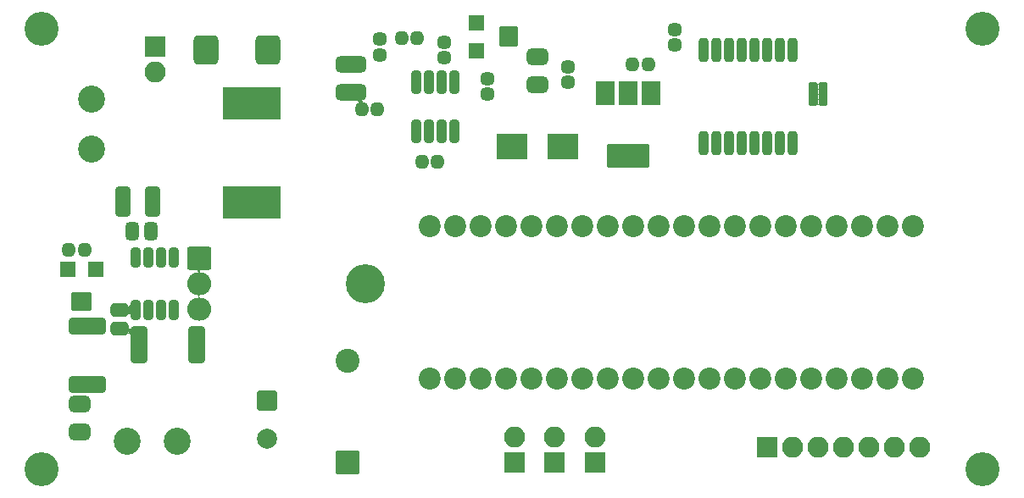
<source format=gts>
G04 #@! TF.GenerationSoftware,KiCad,Pcbnew,(6.0.5)*
G04 #@! TF.CreationDate,2022-05-31T00:33:45+02:00*
G04 #@! TF.ProjectId,nixie_control_board,6e697869-655f-4636-9f6e-74726f6c5f62,rev?*
G04 #@! TF.SameCoordinates,Original*
G04 #@! TF.FileFunction,Soldermask,Top*
G04 #@! TF.FilePolarity,Negative*
%FSLAX46Y46*%
G04 Gerber Fmt 4.6, Leading zero omitted, Abs format (unit mm)*
G04 Created by KiCad (PCBNEW (6.0.5)) date 2022-05-31 00:33:45*
%MOMM*%
%LPD*%
G01*
G04 APERTURE LIST*
G04 Aperture macros list*
%AMRoundRect*
0 Rectangle with rounded corners*
0 $1 Rounding radius*
0 $2 $3 $4 $5 $6 $7 $8 $9 X,Y pos of 4 corners*
0 Add a 4 corners polygon primitive as box body*
4,1,4,$2,$3,$4,$5,$6,$7,$8,$9,$2,$3,0*
0 Add four circle primitives for the rounded corners*
1,1,$1+$1,$2,$3*
1,1,$1+$1,$4,$5*
1,1,$1+$1,$6,$7*
1,1,$1+$1,$8,$9*
0 Add four rect primitives between the rounded corners*
20,1,$1+$1,$2,$3,$4,$5,0*
20,1,$1+$1,$4,$5,$6,$7,0*
20,1,$1+$1,$6,$7,$8,$9,0*
20,1,$1+$1,$8,$9,$2,$3,0*%
G04 Aperture macros list end*
%ADD10C,3.400000*%
%ADD11RoundRect,0.200000X0.250000X0.200000X-0.250000X0.200000X-0.250000X-0.200000X0.250000X-0.200000X0*%
%ADD12RoundRect,0.200000X0.250000X0.150000X-0.250000X0.150000X-0.250000X-0.150000X0.250000X-0.150000X0*%
%ADD13C,2.200000*%
%ADD14RoundRect,0.350000X-0.150000X0.875000X-0.150000X-0.875000X0.150000X-0.875000X0.150000X0.875000X0*%
%ADD15RoundRect,0.449750X0.425250X1.425250X-0.425250X1.425250X-0.425250X-1.425250X0.425250X-1.425250X0*%
%ADD16O,3.900000X3.900000*%
%ADD17RoundRect,0.200000X-1.000000X0.952500X-1.000000X-0.952500X1.000000X-0.952500X1.000000X0.952500X0*%
%ADD18O,2.400000X2.305000*%
%ADD19RoundRect,0.200000X-0.999490X0.999490X-0.999490X-0.999490X0.999490X-0.999490X0.999490X0.999490X0*%
%ADD20C,2.398980*%
%ADD21RoundRect,0.200000X0.850000X0.850000X-0.850000X0.850000X-0.850000X-0.850000X0.850000X-0.850000X0*%
%ADD22O,2.100000X2.100000*%
%ADD23RoundRect,0.200000X0.850000X-0.850000X0.850000X0.850000X-0.850000X0.850000X-0.850000X-0.850000X0*%
%ADD24RoundRect,0.450000X0.325000X1.100000X-0.325000X1.100000X-0.325000X-1.100000X0.325000X-1.100000X0*%
%ADD25RoundRect,0.450000X-0.475000X0.250000X-0.475000X-0.250000X0.475000X-0.250000X0.475000X0.250000X0*%
%ADD26RoundRect,0.450000X-0.787500X-1.025000X0.787500X-1.025000X0.787500X1.025000X-0.787500X1.025000X0*%
%ADD27RoundRect,0.450000X-0.625000X0.375000X-0.625000X-0.375000X0.625000X-0.375000X0.625000X0.375000X0*%
%ADD28RoundRect,0.418750X-0.256250X0.218750X-0.256250X-0.218750X0.256250X-0.218750X0.256250X0.218750X0*%
%ADD29RoundRect,0.418750X-0.218750X-0.256250X0.218750X-0.256250X0.218750X0.256250X-0.218750X0.256250X0*%
%ADD30RoundRect,0.200000X0.600000X0.600000X-0.600000X0.600000X-0.600000X-0.600000X0.600000X-0.600000X0*%
%ADD31RoundRect,0.200000X0.800000X0.750000X-0.800000X0.750000X-0.800000X-0.750000X0.800000X-0.750000X0*%
%ADD32RoundRect,0.200000X-0.600000X0.600000X-0.600000X-0.600000X0.600000X-0.600000X0.600000X0.600000X0*%
%ADD33RoundRect,0.200000X-0.750000X0.800000X-0.750000X-0.800000X0.750000X-0.800000X0.750000X0.800000X0*%
%ADD34RoundRect,0.200000X-1.350000X-1.100000X1.350000X-1.100000X1.350000X1.100000X-1.350000X1.100000X0*%
%ADD35RoundRect,0.350000X0.150000X-0.825000X0.150000X0.825000X-0.150000X0.825000X-0.150000X-0.825000X0*%
%ADD36RoundRect,0.418750X0.218750X0.256250X-0.218750X0.256250X-0.218750X-0.256250X0.218750X-0.256250X0*%
%ADD37RoundRect,0.450000X1.075000X-0.375000X1.075000X0.375000X-1.075000X0.375000X-1.075000X-0.375000X0*%
%ADD38RoundRect,0.200000X-2.700000X1.450000X-2.700000X-1.450000X2.700000X-1.450000X2.700000X1.450000X0*%
%ADD39RoundRect,0.425000X-0.250000X0.225000X-0.250000X-0.225000X0.250000X-0.225000X0.250000X0.225000X0*%
%ADD40RoundRect,0.200000X-0.800000X0.800000X-0.800000X-0.800000X0.800000X-0.800000X0.800000X0.800000X0*%
%ADD41C,2.000000*%
%ADD42RoundRect,0.449750X1.425250X-0.425250X1.425250X0.425250X-1.425250X0.425250X-1.425250X-0.425250X0*%
%ADD43RoundRect,0.450000X1.425000X-0.425000X1.425000X0.425000X-1.425000X0.425000X-1.425000X-0.425000X0*%
%ADD44RoundRect,0.450000X0.625000X-0.375000X0.625000X0.375000X-0.625000X0.375000X-0.625000X-0.375000X0*%
%ADD45RoundRect,0.418750X0.256250X-0.218750X0.256250X0.218750X-0.256250X0.218750X-0.256250X-0.218750X0*%
%ADD46RoundRect,0.450000X0.250000X0.475000X-0.250000X0.475000X-0.250000X-0.475000X0.250000X-0.475000X0*%
%ADD47RoundRect,0.200000X-0.750000X1.000000X-0.750000X-1.000000X0.750000X-1.000000X0.750000X1.000000X0*%
%ADD48RoundRect,0.200000X-1.900000X1.000000X-1.900000X-1.000000X1.900000X-1.000000X1.900000X1.000000X0*%
%ADD49C,2.700000*%
%ADD50RoundRect,0.350000X-0.150000X0.675000X-0.150000X-0.675000X0.150000X-0.675000X0.150000X0.675000X0*%
%ADD51RoundRect,0.200000X-0.850000X-0.850000X0.850000X-0.850000X0.850000X0.850000X-0.850000X0.850000X0*%
G04 APERTURE END LIST*
D10*
X108202800Y-65194400D03*
X202202800Y-65194400D03*
X202202800Y-109194400D03*
X108202800Y-109194400D03*
D11*
X186252800Y-72444400D03*
D12*
X186252800Y-71944400D03*
X186252800Y-71444400D03*
D11*
X186252800Y-70944400D03*
X185252800Y-70944400D03*
D12*
X185252800Y-71444400D03*
X185252800Y-71944400D03*
D11*
X185252800Y-72444400D03*
D13*
X195264600Y-100127400D03*
X192724600Y-100127400D03*
X190184600Y-100127400D03*
X187644600Y-100127400D03*
X185104600Y-100127400D03*
X182564600Y-100127400D03*
X180024600Y-100127400D03*
X177484600Y-100127400D03*
X174944600Y-100127400D03*
X172404600Y-100127400D03*
X169864600Y-100127400D03*
X167324600Y-100127400D03*
X164784600Y-100127400D03*
X162244600Y-100127400D03*
X159704600Y-100127400D03*
X157164600Y-100127400D03*
X154624600Y-100127400D03*
X152084600Y-100127400D03*
X149544600Y-100127400D03*
X147004600Y-100127400D03*
X147004600Y-84887400D03*
X149544600Y-84887400D03*
X152084600Y-84887400D03*
X154624600Y-84887400D03*
X157164600Y-84887400D03*
X159704600Y-84887400D03*
X162244600Y-84887400D03*
X164784600Y-84887400D03*
X167324600Y-84887400D03*
X169864600Y-84887400D03*
X172404600Y-84887400D03*
X174944600Y-84887400D03*
X177484600Y-84887400D03*
X180024600Y-84887400D03*
X182564600Y-84887400D03*
X185104600Y-84887400D03*
X187644600Y-84887400D03*
X190184600Y-84887400D03*
X192724600Y-84887400D03*
X195264600Y-84887400D03*
D14*
X183197800Y-67294400D03*
X181927800Y-67294400D03*
X180657800Y-67294400D03*
X179387800Y-67294400D03*
X178117800Y-67294400D03*
X176847800Y-67294400D03*
X175577800Y-67294400D03*
X174307800Y-67294400D03*
X174307800Y-76594400D03*
X175577800Y-76594400D03*
X176847800Y-76594400D03*
X178117800Y-76594400D03*
X179387800Y-76594400D03*
X180657800Y-76594400D03*
X181927800Y-76594400D03*
X183197800Y-76594400D03*
D15*
X123747000Y-96774600D03*
X117947000Y-96774600D03*
D16*
X140582800Y-90644400D03*
D17*
X123922800Y-88104400D03*
D18*
X123922800Y-90644400D03*
X123922800Y-93184400D03*
D19*
X138752800Y-108524400D03*
D20*
X138752800Y-98364400D03*
D21*
X155467200Y-108526600D03*
D22*
X155467200Y-105986600D03*
D23*
X180677200Y-107001600D03*
D22*
X183217200Y-107001600D03*
X185757200Y-107001600D03*
X188297200Y-107001600D03*
X190837200Y-107001600D03*
X193377200Y-107001600D03*
X195917200Y-107001600D03*
D24*
X119277800Y-82444400D03*
X116327800Y-82444400D03*
D25*
X116002800Y-93244400D03*
X116002800Y-95144400D03*
D26*
X124604700Y-67251600D03*
X130829700Y-67251600D03*
D27*
X111990700Y-102686800D03*
X111990700Y-105486800D03*
D28*
X160752800Y-68964100D03*
X160752800Y-70539100D03*
D29*
X167252800Y-68750650D03*
X168827800Y-68750650D03*
D30*
X113602800Y-89211000D03*
D31*
X112202800Y-92451000D03*
D30*
X110802800Y-89211000D03*
D32*
X151632800Y-64544400D03*
D33*
X154872800Y-65944400D03*
D32*
X151632800Y-67344400D03*
D28*
X148467200Y-66506900D03*
X148467200Y-68081900D03*
D29*
X144179700Y-66094400D03*
X145754700Y-66094400D03*
D34*
X155202800Y-76944400D03*
X160302800Y-76944400D03*
D35*
X145597800Y-75419400D03*
X146867800Y-75419400D03*
X148137800Y-75419400D03*
X149407800Y-75419400D03*
X149407800Y-70469400D03*
X148137800Y-70469400D03*
X146867800Y-70469400D03*
X145597800Y-70469400D03*
D36*
X147790300Y-78444400D03*
X146215300Y-78444400D03*
D37*
X139152800Y-71544400D03*
X139152800Y-68744400D03*
D38*
X129202800Y-82544400D03*
X129202800Y-72644400D03*
D39*
X171502800Y-65226600D03*
X171502800Y-66776600D03*
D40*
X130752800Y-102341749D03*
D41*
X130752800Y-106141749D03*
D29*
X110961900Y-87275000D03*
X112536900Y-87275000D03*
D42*
X112765400Y-100716000D03*
D43*
X112765400Y-94916000D03*
D28*
X141967200Y-66214100D03*
X141967200Y-67789100D03*
D44*
X157717200Y-70751600D03*
X157717200Y-67951600D03*
D45*
X152752800Y-71731900D03*
X152752800Y-70156900D03*
D36*
X141754700Y-73251600D03*
X140179700Y-73251600D03*
D46*
X119152800Y-85444400D03*
X117252800Y-85444400D03*
D47*
X169090300Y-71600650D03*
X166790300Y-71600650D03*
X164490300Y-71600650D03*
D48*
X166790300Y-77900650D03*
D49*
X116752800Y-106444400D03*
X121752800Y-106444400D03*
D21*
X163467200Y-108526600D03*
D22*
X163467200Y-105986600D03*
D49*
X113202800Y-77194400D03*
X113202800Y-72194400D03*
D50*
X121407800Y-88019400D03*
X120137800Y-88019400D03*
X118867800Y-88019400D03*
X117597800Y-88019400D03*
X117597800Y-93269400D03*
X118867800Y-93269400D03*
X120137800Y-93269400D03*
X121407800Y-93269400D03*
D51*
X119552800Y-66969400D03*
D22*
X119552800Y-69509400D03*
D21*
X159467200Y-108526600D03*
D22*
X159467200Y-105986600D03*
G36*
X116929719Y-95023889D02*
G01*
X116949395Y-95090901D01*
X117001738Y-95136256D01*
X117070291Y-95146113D01*
X117133466Y-95117261D01*
X117150442Y-95099244D01*
X117167469Y-95077054D01*
X117169317Y-95076289D01*
X117170904Y-95077507D01*
X117170665Y-95079460D01*
X117126064Y-95139845D01*
X117081934Y-95265508D01*
X117074000Y-95349443D01*
X117074000Y-95719384D01*
X117073000Y-95721116D01*
X117071000Y-95721116D01*
X117070081Y-95719947D01*
X117050404Y-95652932D01*
X116998061Y-95607577D01*
X116929508Y-95597720D01*
X116866333Y-95626572D01*
X116849357Y-95644589D01*
X116832256Y-95666875D01*
X116830408Y-95667640D01*
X116828821Y-95666422D01*
X116829060Y-95664469D01*
X116873707Y-95604022D01*
X116917861Y-95478289D01*
X116925800Y-95394307D01*
X116925800Y-95024452D01*
X116926800Y-95022720D01*
X116928800Y-95022720D01*
X116929719Y-95023889D01*
G37*
G36*
X117098970Y-92701417D02*
G01*
X117099800Y-92703039D01*
X117099800Y-93785756D01*
X117098800Y-93787488D01*
X117096800Y-93787488D01*
X117095881Y-93786319D01*
X117076205Y-93719307D01*
X117023862Y-93673952D01*
X116955309Y-93664095D01*
X116892134Y-93692947D01*
X116875158Y-93710964D01*
X116832260Y-93766870D01*
X116830412Y-93767635D01*
X116828825Y-93766417D01*
X116829064Y-93764464D01*
X116873707Y-93704022D01*
X116917861Y-93578289D01*
X116925800Y-93494307D01*
X116925800Y-92994493D01*
X116917861Y-92910511D01*
X116873707Y-92784778D01*
X116829025Y-92724283D01*
X116828801Y-92722296D01*
X116830409Y-92721108D01*
X116832221Y-92721877D01*
X116875047Y-92777690D01*
X116931220Y-92818707D01*
X117000355Y-92822826D01*
X117060742Y-92788913D01*
X117093301Y-92727562D01*
X117095810Y-92702837D01*
X117096980Y-92701215D01*
X117098970Y-92701417D01*
G37*
G36*
X123845259Y-91794506D02*
G01*
X123875326Y-91794900D01*
X123970204Y-91794900D01*
X124060247Y-91786626D01*
X124062063Y-91787464D01*
X124062246Y-91789455D01*
X124061162Y-91790479D01*
X123997012Y-91815701D01*
X123956489Y-91871867D01*
X123952766Y-91941026D01*
X123987022Y-92001217D01*
X124048586Y-92033439D01*
X124065380Y-92035586D01*
X124100888Y-92037634D01*
X124101179Y-92037673D01*
X124152299Y-92048259D01*
X124153792Y-92049589D01*
X124153386Y-92051547D01*
X124151658Y-92052203D01*
X124000341Y-92034294D01*
X123970274Y-92033900D01*
X123875396Y-92033900D01*
X123785353Y-92042174D01*
X123783537Y-92041336D01*
X123783354Y-92039345D01*
X123784438Y-92038321D01*
X123848588Y-92013099D01*
X123889111Y-91956933D01*
X123892834Y-91887774D01*
X123858578Y-91827583D01*
X123797014Y-91795361D01*
X123780220Y-91793214D01*
X123744712Y-91791166D01*
X123744421Y-91791127D01*
X123693301Y-91780541D01*
X123691808Y-91779211D01*
X123692214Y-91777253D01*
X123693942Y-91776597D01*
X123845259Y-91794506D01*
G37*
G36*
X124150400Y-89255900D02*
G01*
X124150400Y-89257900D01*
X124149231Y-89258819D01*
X124082219Y-89278495D01*
X124036864Y-89330838D01*
X124027007Y-89399391D01*
X124055778Y-89462389D01*
X124114261Y-89499974D01*
X124123770Y-89502350D01*
X124152307Y-89508260D01*
X124153800Y-89509590D01*
X124153394Y-89511548D01*
X124151666Y-89512204D01*
X124000341Y-89494294D01*
X123970274Y-89493900D01*
X123875396Y-89493900D01*
X123718822Y-89508287D01*
X123717006Y-89507449D01*
X123716823Y-89505458D01*
X123717907Y-89504434D01*
X123782635Y-89478986D01*
X123823158Y-89422819D01*
X123826881Y-89353661D01*
X123792625Y-89293469D01*
X123731086Y-89261260D01*
X123707058Y-89258890D01*
X123705432Y-89257725D01*
X123705628Y-89255735D01*
X123707254Y-89254900D01*
X124148668Y-89254900D01*
X124150400Y-89255900D01*
G37*
G36*
X185659695Y-70622607D02*
G01*
X185665623Y-70628535D01*
X185726672Y-70661869D01*
X185795831Y-70656923D01*
X185839928Y-70628584D01*
X185845905Y-70622607D01*
X185847837Y-70622089D01*
X185849251Y-70623503D01*
X185848982Y-70625132D01*
X185819909Y-70668642D01*
X185804800Y-70744599D01*
X185804800Y-71144201D01*
X185819680Y-71219010D01*
X185819680Y-71219790D01*
X185804800Y-71294599D01*
X185804800Y-71594201D01*
X185819909Y-71670158D01*
X185835365Y-71693289D01*
X185835496Y-71695285D01*
X185835365Y-71695511D01*
X185819909Y-71718642D01*
X185804800Y-71794599D01*
X185804800Y-72094201D01*
X185819680Y-72169010D01*
X185819680Y-72169790D01*
X185804800Y-72244599D01*
X185804800Y-72644201D01*
X185819909Y-72720158D01*
X185848982Y-72763668D01*
X185849113Y-72765664D01*
X185847450Y-72766775D01*
X185845905Y-72766193D01*
X185839977Y-72760265D01*
X185778928Y-72726931D01*
X185709769Y-72731877D01*
X185665672Y-72760216D01*
X185659695Y-72766193D01*
X185657763Y-72766711D01*
X185656349Y-72765297D01*
X185656618Y-72763668D01*
X185685691Y-72720158D01*
X185700800Y-72644201D01*
X185700800Y-72244599D01*
X185685920Y-72169790D01*
X185685920Y-72169010D01*
X185700800Y-72094201D01*
X185700800Y-71794599D01*
X185685691Y-71718642D01*
X185670235Y-71695511D01*
X185670104Y-71693515D01*
X185670235Y-71693289D01*
X185685691Y-71670158D01*
X185700800Y-71594201D01*
X185700800Y-71294599D01*
X185685920Y-71219790D01*
X185685920Y-71219010D01*
X185700800Y-71144201D01*
X185700800Y-70744599D01*
X185685691Y-70668642D01*
X185656618Y-70625132D01*
X185656487Y-70623136D01*
X185658150Y-70622025D01*
X185659695Y-70622607D01*
G37*
G36*
X140389497Y-72333198D02*
G01*
X140390160Y-72335085D01*
X140388959Y-72336563D01*
X140378108Y-72341057D01*
X140323949Y-72384700D01*
X140302076Y-72450415D01*
X140319204Y-72517521D01*
X140369982Y-72564800D01*
X140407070Y-72575959D01*
X140408441Y-72577415D01*
X140407864Y-72579331D01*
X140406181Y-72579849D01*
X140398295Y-72578600D01*
X139961105Y-72578600D01*
X139832176Y-72599020D01*
X139816882Y-72606813D01*
X139814885Y-72606708D01*
X139813977Y-72604926D01*
X139814744Y-72603454D01*
X139862649Y-72566076D01*
X139885550Y-72500714D01*
X139869477Y-72433347D01*
X139819499Y-72385328D01*
X139762326Y-72371343D01*
X139760881Y-72369960D01*
X139761356Y-72368017D01*
X139762801Y-72367400D01*
X140227707Y-72367400D01*
X140311689Y-72359461D01*
X140387531Y-72332828D01*
X140389497Y-72333198D01*
G37*
M02*

</source>
